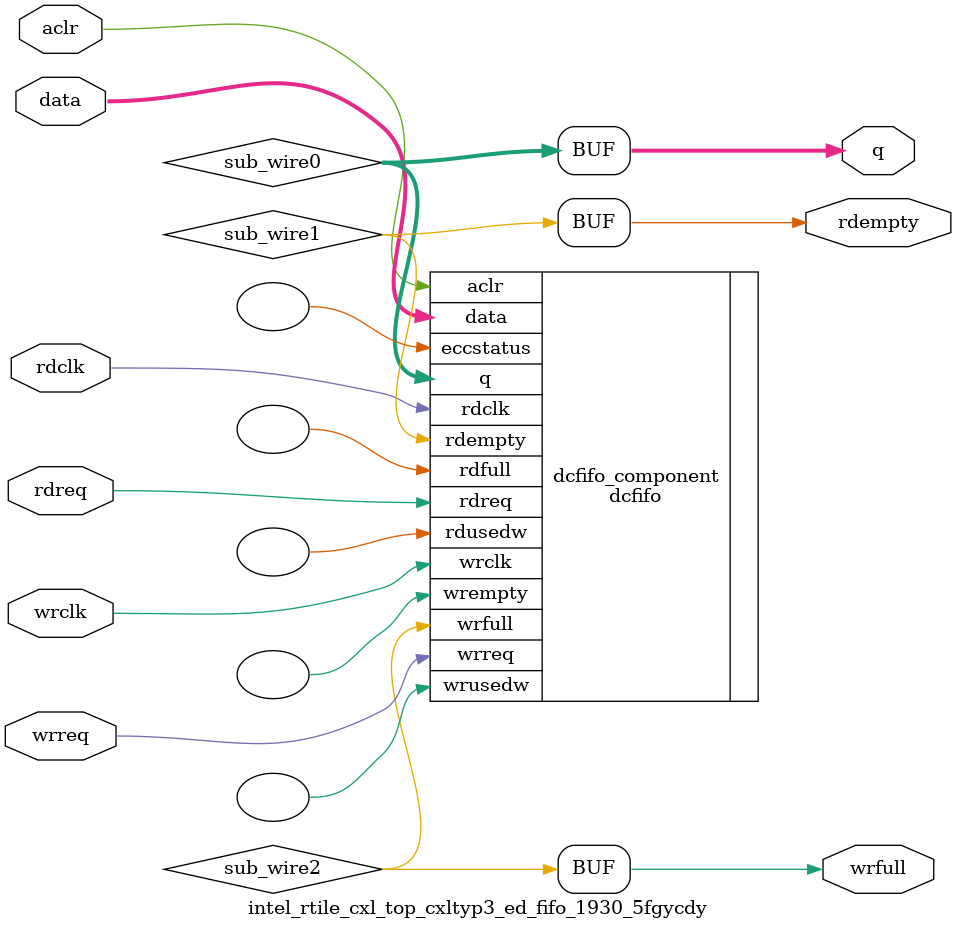
<source format=v>



`timescale 1 ps / 1 ps
// synopsys translate_on
module  intel_rtile_cxl_top_cxltyp3_ed_fifo_1930_5fgycdy  (
    aclr,
    data,
    rdclk,
    rdreq,
    wrclk,
    wrreq,
    q,
    rdempty,
    wrfull);

    input    aclr;
    input  [68:0]  data;
    input    rdclk;
    input    rdreq;
    input    wrclk;
    input    wrreq;
    output [68:0]  q;
    output   rdempty;
    output   wrfull;
`ifndef ALTERA_RESERVED_QIS
// synopsys translate_off
`endif
    tri0     aclr;
`ifndef ALTERA_RESERVED_QIS
// synopsys translate_on
`endif

    wire [68:0] sub_wire0;
    wire  sub_wire1;
    wire  sub_wire2;
    wire [68:0] q = sub_wire0[68:0];
    wire  rdempty = sub_wire1;
    wire  wrfull = sub_wire2;

    dcfifo  dcfifo_component (
                .aclr (aclr),
                .data (data),
                .rdclk (rdclk),
                .rdreq (rdreq),
                .wrclk (wrclk),
                .wrreq (wrreq),
                .q (sub_wire0),
                .rdempty (sub_wire1),
                .wrfull (sub_wire2),
                .eccstatus (),
                .rdfull (),
                .rdusedw (),
                .wrempty (),
                .wrusedw ());
    defparam
        dcfifo_component.enable_ecc  = "FALSE",
        dcfifo_component.intended_device_family  = "Agilex 7",
        dcfifo_component.lpm_hint  = "DISABLE_DCFIFO_EMBEDDED_TIMING_CONSTRAINT=TRUE",
        dcfifo_component.lpm_numwords  = 8,
        dcfifo_component.lpm_showahead  = "ON",
        dcfifo_component.lpm_type  = "dcfifo",
        dcfifo_component.lpm_width  = 69,
        dcfifo_component.lpm_widthu  = 3,
        dcfifo_component.overflow_checking  = "ON",
        dcfifo_component.rdsync_delaypipe  = 5,
        dcfifo_component.read_aclr_synch  = "OFF",
        dcfifo_component.underflow_checking  = "ON",
        dcfifo_component.use_eab  = "ON",
        dcfifo_component.write_aclr_synch  = "ON",
        dcfifo_component.wrsync_delaypipe  = 5;


endmodule



</source>
